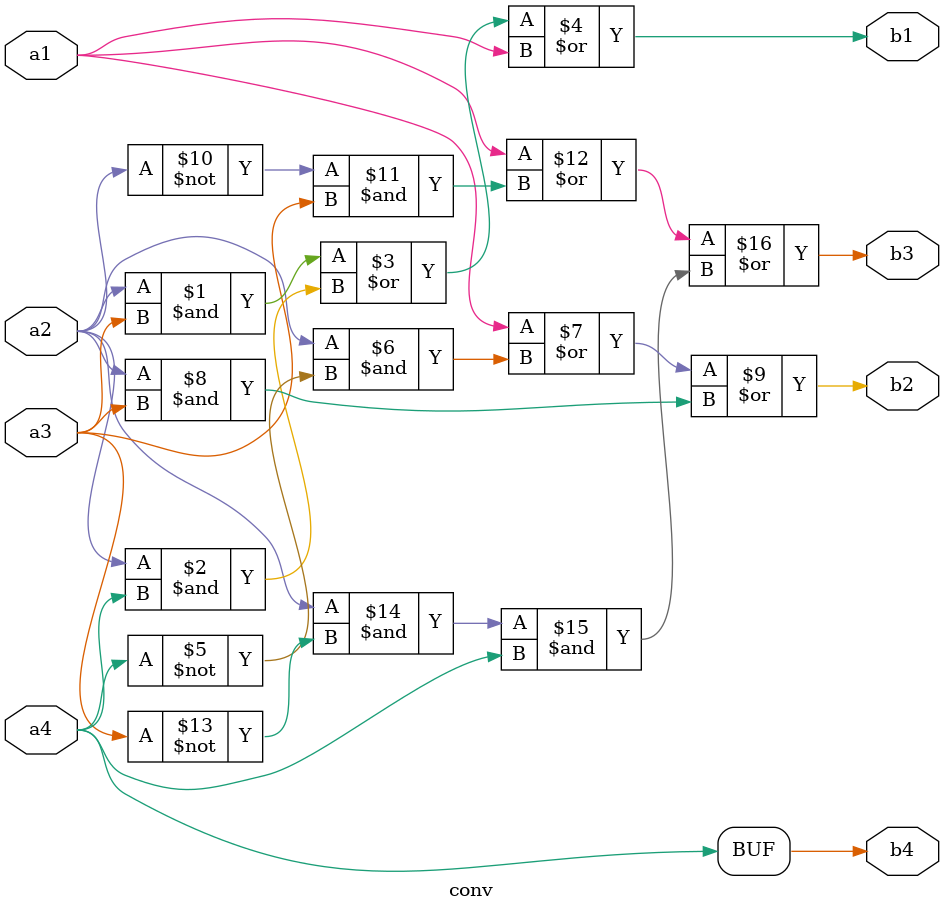
<source format=v>
`timescale 1ns / 1ps

module conv(
    input a1,
    input a2,
    input a3,
    input a4,
    
    output b1,
    output b2,
    output b3,
    output b4
    );
    
    assign b1 = (a2&a3) | (a2&a4) | a1;
    assign b2 = a1 | (a2&~a4) | (a2&a3);
    assign b3 = a1 | (~a2&a3) | (a2&~a3&a4);
    assign b4 = a4;
    
endmodule
</source>
